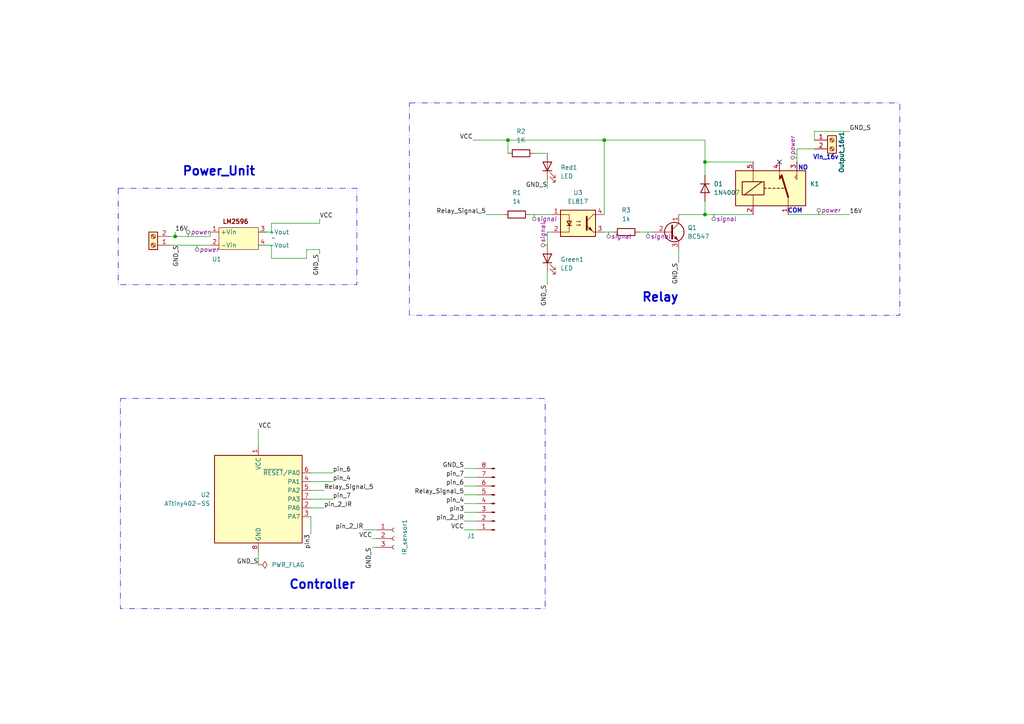
<source format=kicad_sch>
(kicad_sch (version 20231120) (generator "eeschema") (generator_version "8.0")
  (paper "A4")
  (lib_symbols
    (symbol "Connector:Conn_01x03_Socket" (pin_names (offset 1.016) hide)
      (property "Reference" "J" (at 0 5.08 0))
      (property "Value" "Conn_01x03_Socket" (at 0 -5.08 0))
      (symbol "Conn_01x03_Socket_1_1"
        (arc (start 0 -2.032) (mid -0.5058 -2.54) (end 0 -3.048) (stroke (width 0.1524)))
        (polyline (pts (xy -1.27 -2.54) (xy -0.508 -2.54)) (stroke (width 0.1524)))
        (polyline (pts (xy -1.27 0) (xy -0.508 0)) (stroke (width 0.1524)))
        (polyline (pts (xy -1.27 2.54) (xy -0.508 2.54)) (stroke (width 0.1524)))
        (arc (start 0 0.508) (mid -0.5058 0) (end 0 -0.508) (stroke (width 0.1524)))
        (arc (start 0 3.048) (mid -0.5058 2.54) (end 0 2.032) (stroke (width 0.1524)))
        (pin passive line (at -5.08 2.54 0) (length 3.81) (name "Pin_1") (number "1"))
        (pin passive line (at -5.08 0 0) (length 3.81) (name "Pin_2") (number "2"))
        (pin passive line (at -5.08 -2.54 0) (length 3.81) (name "Pin_3") (number "3"))
      )
    )
    (symbol "Connector:Conn_01x08_Pin" (pin_names (offset 1.016) hide)
      (property "Reference" "J" (at 0 10.16 0))
      (property "Value" "Conn_01x08_Pin" (at 0 -12.7 0))
      (symbol "Conn_01x08_Pin_1_1"
        (polyline (pts (xy 1.27 -10.16) (xy 0.8636 -10.16)) (stroke (width 0.1524)))
        (polyline (pts (xy 1.27 -7.62) (xy 0.8636 -7.62)) (stroke (width 0.1524)))
        (polyline (pts (xy 1.27 -5.08) (xy 0.8636 -5.08)) (stroke (width 0.1524)))
        (polyline (pts (xy 1.27 -2.54) (xy 0.8636 -2.54)) (stroke (width 0.1524)))
        (polyline (pts (xy 1.27 0) (xy 0.8636 0)) (stroke (width 0.1524)))
        (polyline (pts (xy 1.27 2.54) (xy 0.8636 2.54)) (stroke (width 0.1524)))
        (polyline (pts (xy 1.27 5.08) (xy 0.8636 5.08)) (stroke (width 0.1524)))
        (polyline (pts (xy 1.27 7.62) (xy 0.8636 7.62)) (stroke (width 0.1524)))
        (rectangle (start 0.8636 -10.033) (end 0 -10.287) (stroke (width 0.1524)) (fill (type outline)))
        (rectangle (start 0.8636 -7.493) (end 0 -7.747) (stroke (width 0.1524)) (fill (type outline)))
        (rectangle (start 0.8636 -4.953) (end 0 -5.207) (stroke (width 0.1524)) (fill (type outline)))
        (rectangle (start 0.8636 -2.413) (end 0 -2.667) (stroke (width 0.1524)) (fill (type outline)))
        (rectangle (start 0.8636 0.127) (end 0 -0.127) (stroke (width 0.1524)) (fill (type outline)))
        (rectangle (start 0.8636 2.667) (end 0 2.413) (stroke (width 0.1524)) (fill (type outline)))
        (rectangle (start 0.8636 5.207) (end 0 4.953) (stroke (width 0.1524)) (fill (type outline)))
        (rectangle (start 0.8636 7.747) (end 0 7.493) (stroke (width 0.1524)) (fill (type outline)))
        (pin passive line (at 5.08 7.62 180) (length 3.81) (name "Pin_1") (number "1"))
        (pin passive line (at 5.08 5.08 180) (length 3.81) (name "Pin_2") (number "2"))
        (pin passive line (at 5.08 2.54 180) (length 3.81) (name "Pin_3") (number "3"))
        (pin passive line (at 5.08 0 180) (length 3.81) (name "Pin_4") (number "4"))
        (pin passive line (at 5.08 -2.54 180) (length 3.81) (name "Pin_5") (number "5"))
        (pin passive line (at 5.08 -5.08 180) (length 3.81) (name "Pin_6") (number "6"))
        (pin passive line (at 5.08 -7.62 180) (length 3.81) (name "Pin_7") (number "7"))
        (pin passive line (at 5.08 -10.16 180) (length 3.81) (name "Pin_8") (number "8"))
      )
    )
    (symbol "Connector:Screw_Terminal_01x02" (pin_names (offset 1.016) hide)
      (property "Reference" "J" (at 0 2.54 0))
      (property "Value" "Screw_Terminal_01x02" (at 0 -5.08 0))
      (symbol "Screw_Terminal_01x02_1_1"
        (rectangle (start -1.27 1.27) (end 1.27 -3.81) (stroke (width 0.254)) (fill (type background)))
        (circle (center 0 -2.54) (radius 0.635) (stroke (width 0.1524)))
        (polyline (pts (xy -0.5334 -2.2098) (xy 0.3302 -3.048)) (stroke (width 0.1524)))
        (polyline (pts (xy -0.5334 0.3302) (xy 0.3302 -0.508)) (stroke (width 0.1524)))
        (polyline (pts (xy -0.3556 -2.032) (xy 0.508 -2.8702)) (stroke (width 0.1524)))
        (polyline (pts (xy -0.3556 0.508) (xy 0.508 -0.3302)) (stroke (width 0.1524)))
        (circle (center 0 0) (radius 0.635) (stroke (width 0.1524)))
        (pin passive line (at -5.08 0 0) (length 3.81) (name "Pin_1") (number "1"))
        (pin passive line (at -5.08 -2.54 0) (length 3.81) (name "Pin_2") (number "2"))
      )
    )
    (symbol "Device:D" (pin_numbers hide) (pin_names (offset 1.016) hide)
      (property "Reference" "D" (at 0 2.54 0))
      (property "Value" "D" (at 0 -2.54 0))
      (symbol "D_0_1"
        (polyline (pts (xy -1.27 1.27) (xy -1.27 -1.27)) (stroke (width 0.254)))
        (polyline (pts (xy 1.27 0) (xy -1.27 0)))
        (polyline (pts (xy 1.27 1.27) (xy 1.27 -1.27) (xy -1.27 0) (xy 1.27 1.27)) (stroke (width 0.254)))
      )
      (symbol "D_1_1"
        (pin passive line (at -3.81 0 0) (length 2.54) (name "K") (number "1"))
        (pin passive line (at 3.81 0 180) (length 2.54) (name "A") (number "2"))
      )
    )
    (symbol "Device:LED" (pin_numbers hide) (pin_names (offset 1.016) hide)
      (property "Reference" "D" (at 0 2.54 0))
      (property "Value" "LED" (at 0 -2.54 0))
      (symbol "LED_0_1"
        (polyline (pts (xy -1.27 -1.27) (xy -1.27 1.27)) (stroke (width 0.254)))
        (polyline (pts (xy -1.27 0) (xy 1.27 0)))
        (polyline (pts (xy 1.27 -1.27) (xy 1.27 1.27) (xy -1.27 0) (xy 1.27 -1.27)) (stroke (width 0.254)))
        (polyline (pts (xy -3.048 -0.762) (xy -4.572 -2.286) (xy -3.81 -2.286) (xy -4.572 -2.286) (xy -4.572 -1.524)))
        (polyline (pts (xy -1.778 -0.762) (xy -3.302 -2.286) (xy -2.54 -2.286) (xy -3.302 -2.286) (xy -3.302 -1.524)))
      )
      (symbol "LED_1_1"
        (pin passive line (at -3.81 0 0) (length 2.54) (name "K") (number "1"))
        (pin passive line (at 3.81 0 180) (length 2.54) (name "A") (number "2"))
      )
    )
    (symbol "Device:R" (pin_numbers hide) (pin_names (offset 0))
      (property "Reference" "R" (at 2.032 0 90))
      (property "Value" "R" (at 0 0 90))
      (symbol "R_0_1"
        (rectangle (start -1.016 -2.54) (end 1.016 2.54) (stroke (width 0.254)))
      )
      (symbol "R_1_1"
        (pin passive line (at 0 3.81 270) (length 1.27) (name "~") (number "1"))
        (pin passive line (at 0 -3.81 90) (length 1.27) (name "~") (number "2"))
      )
    )
    (symbol "Isolator:EL817" (pin_names (offset 1.016))
      (property "Reference" "U" (at -5.08 5.08 0))
      (property "Value" "EL817" (at 0 5.08 0))
      (symbol "EL817_0_1"
        (rectangle (start -5.08 3.81) (end 5.08 -3.81) (stroke (width 0.254)) (fill (type background)))
        (polyline (pts (xy -3.175 -0.635) (xy -1.905 -0.635)) (stroke (width 0.254)))
        (polyline (pts (xy 2.54 0.635) (xy 4.445 2.54)))
        (polyline (pts (xy 4.445 -2.54) (xy 2.54 -0.635)) (fill (type outline)))
        (polyline (pts (xy 4.445 -2.54) (xy 5.08 -2.54)))
        (polyline (pts (xy 4.445 2.54) (xy 5.08 2.54)))
        (polyline (pts (xy -5.08 2.54) (xy -2.54 2.54) (xy -2.54 -0.635)))
        (polyline (pts (xy -2.54 -0.635) (xy -2.54 -2.54) (xy -5.08 -2.54)))
        (polyline (pts (xy 2.54 1.905) (xy 2.54 -1.905) (xy 2.54 -1.905)) (stroke (width 0.508)))
        (polyline (pts (xy -2.54 -0.635) (xy -3.175 0.635) (xy -1.905 0.635) (xy -2.54 -0.635)) (stroke (width 0.254)))
        (polyline (pts (xy -0.508 -0.508) (xy 0.762 -0.508) (xy 0.381 -0.635) (xy 0.381 -0.381) (xy 0.762 -0.508)))
        (polyline (pts (xy -0.508 0.508) (xy 0.762 0.508) (xy 0.381 0.381) (xy 0.381 0.635) (xy 0.762 0.508)))
        (polyline (pts (xy 3.048 -1.651) (xy 3.556 -1.143) (xy 4.064 -2.159) (xy 3.048 -1.651) (xy 3.048 -1.651)) (fill (type outline)))
      )
      (symbol "EL817_1_1"
        (pin passive line (at -7.62 2.54 0) (length 2.54) (name "~") (number "1"))
        (pin passive line (at -7.62 -2.54 0) (length 2.54) (name "~") (number "2"))
        (pin passive line (at 7.62 -2.54 180) (length 2.54) (name "~") (number "3"))
        (pin passive line (at 7.62 2.54 180) (length 2.54) (name "~") (number "4"))
      )
    )
    (symbol "LM_____@2596:LM__@2596"
      (property "Reference" "U" (at -0.762 3.556 0))
      (symbol "LM__@2596_1_1"
        (rectangle (start 1.27 6.35) (end 12.7 0) (fill (type background)))
        (text "LM2596" (at 6.096 8.128 0) (effects (font (size 1.27 1.27) (bold yes))))
        (pin input line (at -1.27 5.08 0) (length 2.54) (name "+Vin") (number "1"))
        (pin input line (at -1.27 1.27 0) (length 2.54) (name "-Vin") (number "2"))
        (pin output line (at 12.7 5.08 0) (length 2.54) (name "+Vout") (number "3"))
        (pin output line (at 12.7 1.27 0) (length 2.54) (name "-Vout") (number "4"))
      )
    )
    (symbol "MCU_Microchip_ATtiny:ATtiny402-SS"
      (property "Reference" "U" (at -12.7 13.97 0))
      (property "Value" "ATtiny402-SS" (at 2.54 -13.97 0))
      (symbol "ATtiny402-SS_0_1"
        (rectangle (start -12.7 -12.7) (end 12.7 12.7) (stroke (width 0.254)) (fill (type background)))
      )
      (symbol "ATtiny402-SS_1_1"
        (pin power_in line (at 0 15.24 270) (length 2.54) (name "VCC") (number "1"))
        (pin bidirectional line (at 15.24 -2.54 180) (length 2.54) (name "PA6") (number "2"))
        (pin bidirectional line (at 15.24 -5.08 180) (length 2.54) (name "PA7") (number "3"))
        (pin bidirectional line (at 15.24 5.08 180) (length 2.54) (name "PA1") (number "4"))
        (pin bidirectional line (at 15.24 2.54 180) (length 2.54) (name "PA2") (number "5"))
        (pin bidirectional line (at 15.24 7.62 180) (length 2.54) (name "~{RESET}/PA0") (number "6"))
        (pin bidirectional line (at 15.24 0 180) (length 2.54) (name "PA3") (number "7"))
        (pin power_in line (at 0 -15.24 90) (length 2.54) (name "GND") (number "8"))
      )
    )
    (symbol "Relay:SANYOU_SRD_Form_C"
      (property "Reference" "K" (at 11.43 3.81 0))
      (property "Value" "SANYOU_SRD_Form_C" (at 11.43 1.27 0))
      (symbol "SANYOU_SRD_Form_C_0_0"
        (polyline (pts (xy 7.62 5.08) (xy 7.62 2.54) (xy 6.985 3.175) (xy 7.62 3.81)))
      )
      (symbol "SANYOU_SRD_Form_C_0_1"
        (rectangle (start -10.16 5.08) (end 10.16 -5.08) (stroke (width 0.254)) (fill (type background)))
        (rectangle (start -8.255 1.905) (end -1.905 -1.905) (stroke (width 0.254)))
        (polyline (pts (xy -7.62 -1.905) (xy -2.54 1.905)) (stroke (width 0.254)))
        (polyline (pts (xy -5.08 -5.08) (xy -5.08 -1.905)))
        (polyline (pts (xy -5.08 5.08) (xy -5.08 1.905)))
        (polyline (pts (xy -1.905 0) (xy -1.27 0)) (stroke (width 0.254)))
        (polyline (pts (xy -0.635 0) (xy 0 0)) (stroke (width 0.254)))
        (polyline (pts (xy 0.635 0) (xy 1.27 0)) (stroke (width 0.254)))
        (polyline (pts (xy 1.905 0) (xy 2.54 0)) (stroke (width 0.254)))
        (polyline (pts (xy 3.175 0) (xy 3.81 0)) (stroke (width 0.254)))
        (polyline (pts (xy 5.08 -2.54) (xy 3.175 3.81)) (stroke (width 0.508)))
        (polyline (pts (xy 5.08 -2.54) (xy 5.08 -5.08)))
      )
      (symbol "SANYOU_SRD_Form_C_1_1"
        (polyline (pts (xy 2.54 3.81) (xy 3.175 3.175) (xy 2.54 2.54) (xy 2.54 5.08)) (fill (type outline)))
        (pin passive line (at 5.08 -7.62 90) (length 2.54) (name "~") (number "1"))
        (pin passive line (at -5.08 -7.62 90) (length 2.54) (name "~") (number "2"))
        (pin passive line (at 7.62 7.62 270) (length 2.54) (name "~") (number "3"))
        (pin passive line (at 2.54 7.62 270) (length 2.54) (name "~") (number "4"))
        (pin passive line (at -5.08 7.62 270) (length 2.54) (name "~") (number "5"))
      )
    )
    (symbol "Transistor_BJT:BC547" (pin_names (offset 0) hide)
      (property "Reference" "Q" (at 5.08 1.905 0))
      (property "Value" "BC547" (at 5.08 0 0))
      (symbol "BC547_0_1"
        (polyline (pts (xy 0 0) (xy 0.635 0)))
        (polyline (pts (xy 0.635 0.635) (xy 2.54 2.54)))
        (polyline (pts (xy 0.635 -0.635) (xy 2.54 -2.54) (xy 2.54 -2.54)))
        (polyline (pts (xy 0.635 1.905) (xy 0.635 -1.905) (xy 0.635 -1.905)) (stroke (width 0.508)))
        (polyline (pts (xy 1.27 -1.778) (xy 1.778 -1.27) (xy 2.286 -2.286) (xy 1.27 -1.778) (xy 1.27 -1.778)) (fill (type outline)))
        (circle (center 1.27 0) (radius 2.8194) (stroke (width 0.254)))
      )
      (symbol "BC547_1_1"
        (pin passive line (at 2.54 5.08 270) (length 2.54) (name "C") (number "1"))
        (pin input line (at -5.08 0 0) (length 5.08) (name "B") (number "2"))
        (pin passive line (at 2.54 -5.08 90) (length 2.54) (name "E") (number "3"))
      )
    )
    (symbol "power:PWR_FLAG" (power) (pin_numbers hide) (pin_names (offset 0) hide)
      (property "Value" "PWR_FLAG" (at 0 3.81 0))
      (symbol "PWR_FLAG_0_0"
        (pin power_out line (at 0 0 90) (length 0) (name "~") (number "1"))
      )
      (symbol "PWR_FLAG_0_1"
        (polyline (pts (xy 0 0) (xy 0 1.27) (xy -1.016 1.905) (xy 0 2.54) (xy 1.016 1.905) (xy 0 1.27)))
      )
    )
  )
  (junction (at 50.8 68.58))
  (junction (at 147.32 40.64))
  (junction (at 204.47 62.23))
  (junction (at 204.47 46.99))
  (junction (at 175.26 40.64))
  (no_connect (at 226.06 46.99))
  (wire (pts (xy 147.32 40.64) (xy 175.26 40.64)))
  (wire (pts (xy 138.43 153.67) (xy 134.62 153.67)))
  (wire (pts (xy 158.75 67.31) (xy 158.75 71.12)))
  (wire (pts (xy 78.74 64.77) (xy 78.74 67.31)))
  (wire (pts (xy 107.95 156.21) (xy 109.22 156.21)))
  (wire (pts (xy 88.9 74.93) (xy 88.9 72.39)))
  (wire (pts (xy 60.96 68.58) (xy 60.96 67.31)))
  (wire (pts (xy 134.62 148.59) (xy 138.43 148.59)))
  (wire (pts (xy 105.41 153.67) (xy 109.22 153.67)))
  (wire (pts (xy 78.74 74.93) (xy 88.9 74.93)))
  (wire (pts (xy 158.75 52.07) (xy 158.75 54.61)))
  (wire (pts (xy 78.74 67.31) (xy 74.93 67.31)))
  (wire (pts (xy 236.22 43.18) (xy 231.14 43.18)))
  (wire (pts (xy 228.6 62.23) (xy 246.38 62.23)))
  (wire (pts (xy 90.17 142.24) (xy 93.98 142.24)))
  (wire (pts (xy 92.71 63.5) (xy 92.71 64.77)))
  (wire (pts (xy 138.43 138.43) (xy 134.62 138.43)))
  (wire (pts (xy 90.17 147.32) (xy 93.98 147.32)))
  (wire (pts (xy 204.47 40.64) (xy 204.47 46.99)))
  (wire (pts (xy 90.17 149.86) (xy 90.17 154.94)))
  (wire (pts (xy 49.53 68.58) (xy 50.8 68.58)))
  (wire (pts (xy 138.43 135.89) (xy 134.62 135.89)))
  (wire (pts (xy 236.22 38.1) (xy 236.22 40.64)))
  (wire (pts (xy 90.17 137.16) (xy 96.52 137.16)))
  (wire (pts (xy 204.47 46.99) (xy 204.47 50.8)))
  (wire (pts (xy 175.26 40.64) (xy 175.26 62.23)))
  (wire (pts (xy 231.14 43.18) (xy 231.14 46.99)))
  (wire (pts (xy 107.95 158.75) (xy 109.22 158.75)))
  (wire (pts (xy 138.43 143.51) (xy 134.62 143.51)))
  (wire (pts (xy 74.93 71.12) (xy 78.74 71.12)))
  (wire (pts (xy 90.17 144.78) (xy 96.52 144.78)))
  (wire (pts (xy 78.74 64.77) (xy 92.71 64.77)))
  (wire (pts (xy 137.16 40.64) (xy 147.32 40.64)))
  (wire (pts (xy 50.8 68.58) (xy 60.96 68.58)))
  (wire (pts (xy 154.94 44.45) (xy 158.75 44.45)))
  (wire (pts (xy 92.71 72.39) (xy 92.71 73.66)))
  (wire (pts (xy 185.42 67.31) (xy 189.23 67.31)))
  (wire (pts (xy 196.85 62.23) (xy 204.47 62.23)))
  (wire (pts (xy 218.44 46.99) (xy 204.47 46.99)))
  (wire (pts (xy 88.9 72.39) (xy 92.71 72.39)))
  (wire (pts (xy 138.43 140.97) (xy 134.62 140.97)))
  (wire (pts (xy 246.38 38.1) (xy 236.22 38.1)))
  (wire (pts (xy 175.26 67.31) (xy 177.8 67.31)))
  (wire (pts (xy 90.17 139.7) (xy 96.52 139.7)))
  (wire (pts (xy 147.32 40.64) (xy 147.32 44.45)))
  (wire (pts (xy 49.53 71.12) (xy 60.96 71.12)))
  (wire (pts (xy 160.02 67.31) (xy 158.75 67.31)))
  (wire (pts (xy 218.44 62.23) (xy 204.47 62.23)))
  (wire (pts (xy 138.43 151.13) (xy 134.62 151.13)))
  (wire (pts (xy 153.67 62.23) (xy 160.02 62.23)))
  (wire (pts (xy 138.43 146.05) (xy 134.62 146.05)))
  (wire (pts (xy 78.74 74.93) (xy 78.74 71.12)))
  (wire (pts (xy 175.26 40.64) (xy 204.47 40.64)))
  (wire (pts (xy 74.93 124.46) (xy 74.93 129.54)))
  (wire (pts (xy 204.47 58.42) (xy 204.47 62.23)))
  (wire (pts (xy 74.93 160.02) (xy 74.93 163.83)))
  (wire (pts (xy 196.85 72.39) (xy 196.85 76.2)))
  (wire (pts (xy 140.97 62.23) (xy 146.05 62.23)))
  (wire (pts (xy 158.75 78.74) (xy 158.75 82.55)))
  (wire (pts (xy 50.8 67.31) (xy 50.8 68.58)))
  (rectangle (start 34.29 54.61) (end 103.505 82.55) (stroke (width 0) (type dash_dot_dot)))
  (rectangle (start 118.745 29.845) (end 260.985 91.44) (stroke (width 0) (type dash_dot_dot)))
  (rectangle (start 34.925 115.57) (end 158.115 176.53) (stroke (width 0) (type dash_dot_dot)))
  (text "Vin_16v\n" (at 239.522 45.72 0) (effects (font (size 1.27 1.27) (bold yes))))
  (text "COM" (at 230.632 61.214 0) (effects (font (size 1.27 1.27) (thickness 0.254) (bold yes))))
  (text "Controller" (at 93.472 169.672 0) (effects (font (size 2.54 2.54) (thickness 0.508) (bold yes))))
  (text "NO" (at 232.918 48.768 0) (effects (font (size 1.27 1.27) (bold yes))))
  (text "Relay" (at 191.516 86.36 0) (effects (font (size 2.54 2.54) (bold yes))))
  (text "Power_Unit" (at 63.5 49.784 0) (effects (font (size 2.54 2.54) (bold yes))))
  (label "pin3" (at 90.17 154.94 270))
  (label "16V" (at 246.38 62.23 0))
  (label "GND_S" (at 196.85 76.2 270))
  (label "VCC" (at 107.95 156.21 180))
  (label "pin_7" (at 134.62 138.43 180))
  (label "pin_4" (at 134.62 146.05 180))
  (label "pin_2_IR" (at 134.62 151.13 180))
  (label "Relay_Signal_5" (at 93.98 142.24 0))
  (label "pin_2_IR" (at 93.98 147.32 0))
  (label "pin_6" (at 96.52 137.16 0))
  (label "pin_2_IR" (at 105.41 153.67 180))
  (label "16V" (at 50.8 67.31 0))
  (label "VCC" (at 137.16 40.64 180))
  (label "pin3" (at 134.62 148.59 180))
  (label "Relay_Signal_5" (at 134.62 143.51 180))
  (label "GND_S" (at 74.93 163.83 180))
  (label "GND_S" (at 107.95 158.75 270))
  (label "VCC" (at 92.71 63.5 0))
  (label "Relay_Signal_5" (at 140.97 62.23 180))
  (label "pin_4" (at 96.52 139.7 0))
  (label "GND_S" (at 246.38 38.1 0))
  (label "GND_S" (at 92.71 73.66 270))
  (label "pin_6" (at 134.62 140.97 180))
  (label "VCC" (at 134.62 153.67 180))
  (label "GND_S" (at 158.75 54.61 180))
  (label "GND_S" (at 134.62 135.89 180))
  (label "VCC" (at 74.93 124.46 0))
  (label "GND_S" (at 158.75 82.55 270))
  (label "GND_S" (at 52.07 71.12 270))
  (label "pin_7" (at 96.52 144.78 0))
  (netclass_flag "" (length 1.27) (shape round) (at 57.15 71.12 180) (property "Netclass" "power" (at 57.8485 72.39 0) (effects (font (italic yes)) (justify left))))
  (netclass_flag "" (length 1.27) (shape round) (at 231.14 45.72 90) (property "Netclass" "power" (at 229.87 45.0215 90) (effects (font (italic yes)) (justify left))))
  (netclass_flag "" (length 1.27) (shape round) (at 158.75 71.12 90) (property "Netclass" "signal" (at 157.48 70.4215 90) (effects (font (italic yes)) (justify left))))
  (netclass_flag "" (length 1.27) (shape round) (at 207.01 62.23 180) (property "Netclass" "signal" (at 207.7085 63.5 0) (effects (font (italic yes)) (justify left))))
  (netclass_flag "" (length 1.27) (shape round) (at 176.53 67.31 180) (property "Netclass" "signal" (at 177.2285 68.58 0) (effects (font (italic yes)) (justify left))))
  (netclass_flag "" (length 1.27) (shape round) (at 187.96 67.31 180) (property "Netclass" "signal" (at 188.6585 68.58 0) (effects (font (italic yes)) (justify left))))
  (netclass_flag "" (length 1.27) (shape round) (at 54.61 68.58 0) (property "Netclass" "power" (at 55.3085 67.31 0) (effects (font (italic yes)) (justify left))))
  (netclass_flag "" (length 1.27) (shape round) (at 237.49 62.23 0) (property "Netclass" "power" (at 238.1885 60.96 0) (effects (font (italic yes)) (justify left))))
  (netclass_flag "" (length 1.27) (shape round) (at 154.94 62.23 180) (property "Netclass" "signal" (at 155.6385 63.5 0) (effects (font (italic yes)) (justify left))))
  (symbol (lib_id "LM_____@2596:LM__@2596") (at 62.23 72.39 0) (unit 1)
    (property "Reference" "U1" (at 61.468 75.184 0) (effects (justify left)))
    (property "Value" "~" (at 78.74 69.0016 0) (effects (justify left)))
    (property "Footprint" "lm2596666:Lm2596_AA" (effects (hide yes)))
  )
  (symbol (lib_id "Connector:Screw_Terminal_01x02") (at 44.45 71.12 180) (unit 1)
    (property "Reference" "V_input1" (effects (hide yes)))
    (property "Value" "Screw_Terminal_01x02" (effects (hide yes)))
    (property "Footprint" "TerminalBlock:TerminalBlock_bornier-2_P5.08mm" (effects (hide yes)))
    (property "Description" "Generic screw terminal, single row, 01x02, script generated (kicad-library-utils/schlib/autogen/connector/)" (effects (hide yes)))
  )
  (symbol (lib_id "Connector:Conn_01x03_Socket") (at 114.3 156.21 0) (unit 1)
    (property "Reference" "IR_sensor1" (at 117.348 161.036 90) (effects (justify left)))
    (property "Value" "Conn_01x03_Socket" (effects (hide yes)))
    (property "Footprint" "Connector_JST:JST_EH_B3B-EH-A_1x03_P2.50mm_Vertical" (effects (hide yes)))
    (property "Description" "Generic connector, single row, 01x03, script generated" (effects (hide yes)))
  )
  (symbol (lib_id "Device:LED") (at 158.75 74.93 90) (unit 1)
    (property "Reference" "Green1" (at 162.56 75.2474 90) (effects (justify right)))
    (property "Value" "LED" (at 162.56 77.7874 90) (effects (justify right)))
    (property "Footprint" "LED_THT:LED_D5.0mm" (effects (hide yes)))
    (property "Description" "Light emitting diode" (effects (hide yes)))
  )
  (symbol (lib_id "Device:LED") (at 158.75 48.26 90) (unit 1)
    (property "Reference" "Red1" (at 162.56 48.5774 90) (effects (justify right)))
    (property "Value" "LED" (at 162.56 51.1174 90) (effects (justify right)))
    (property "Footprint" "LED_THT:LED_D5.0mm" (effects (hide yes)))
    (property "Description" "Light emitting diode" (effects (hide yes)))
  )
  (symbol (lib_id "Relay:SANYOU_SRD_Form_C") (at 223.52 54.61 0) (unit 1)
    (property "Reference" "K1" (at 234.95 53.3399 0) (effects (justify left)))
    (property "Value" "SANYOU_SRD_Form_C" (effects (hide yes)))
    (property "Footprint" "Relay_THT:Relay_SPDT_SANYOU_SRD_Series_Form_C" (effects (hide yes)))
    (property "Datasheet" "http://www.sanyourelay.ca/public/products/pdf/SRD.pdf" (effects (hide yes)))
    (property "Description" "Sanyo SRD relay, Single Pole Miniature Power Relay," (effects (hide yes)))
  )
  (symbol (lib_id "Connector:Screw_Terminal_01x02") (at 241.3 40.64 0) (unit 1)
    (property "Reference" "Output_16v1" (at 244.094 50.292 90) (effects (font (bold yes)) (justify left)))
    (property "Value" "Screw_Terminal_01x02" (effects (hide yes)))
    (property "Footprint" "TerminalBlock:TerminalBlock_bornier-2_P5.08mm" (effects (hide yes)))
    (property "Description" "Generic screw terminal, single row, 01x02, script generated (kicad-library-utils/schlib/autogen/connector/)" (effects (hide yes)))
  )
  (symbol (lib_id "Transistor_BJT:BC547") (at 194.31 67.31 0) (unit 1)
    (property "Reference" "Q1" (at 199.39 66.0399 0) (effects (justify left)))
    (property "Value" "BC547" (at 199.39 68.5799 0) (effects (justify left)))
    (property "Footprint" "Package_TO_SOT_THT:TO-92_Inline" (effects (hide yes)))
    (property "Datasheet" "https://www.onsemi.com/pub/Collateral/BC550-D.pdf" (effects (hide yes)))
    (property "Description" "0.1A Ic, 45V Vce, Small Signal NPN Transistor, TO-92" (effects (hide yes)))
  )
  (symbol (lib_id "power:PWR_FLAG") (at 74.93 163.83 270) (unit 1)
    (property "Reference" "#FLG01" (effects (hide yes)))
    (property "Value" "PWR_FLAG" (at 78.74 163.8299 90) (effects (justify left)))
    (property "Description" "Special symbol for telling ERC where power comes from" (effects (hide yes)))
  )
  (symbol (lib_id "Device:R") (at 151.13 44.45 90) (unit 1)
    (property "Reference" "R2" (at 151.13 38.1 90))
    (property "Value" "1K" (at 151.13 40.64 90))
    (property "Footprint" "Resistor_SMD:R_1206_3216Metric" (effects (hide yes)))
    (property "Description" "Resistor" (effects (hide yes)))
  )
  (symbol (lib_id "Device:D") (at 204.47 54.61 270) (unit 1)
    (property "Reference" "D1" (at 207.01 53.3399 90) (effects (justify left)))
    (property "Value" "1N4007" (at 207.01 55.8799 90) (effects (justify left)))
    (property "Footprint" "Diode_THT:D_5KPW_P12.70mm_Horizontal" (effects (hide yes)))
    (property "Description" "Diode" (effects (hide yes)))
    (property "Sim.Device" "D" (effects (hide yes)))
    (property "Sim.Pins" "1=K 2=A" (effects (hide yes)))
  )
  (symbol (lib_id "Connector:Conn_01x08_Pin") (at 143.51 146.05 180) (unit 1)
    (property "Reference" "J1" (at 136.652 155.448 0))
    (property "Value" "Conn_01x08_Pin" (effects (hide yes)))
    (property "Footprint" "Connector_PinHeader_2.54mm:PinHeader_1x08_P2.54mm_Vertical" (effects (hide yes)))
    (property "Description" "Generic connector, single row, 01x08, script generated" (effects (hide yes)))
  )
  (symbol (lib_id "MCU_Microchip_ATtiny:ATtiny402-SS") (at 74.93 144.78 0) (unit 1)
    (property "Reference" "U2" (at 60.96 143.5099 0) (effects (justify right)))
    (property "Value" "ATtiny402-SS" (at 60.96 146.0499 0) (effects (justify right)))
    (property "Footprint" "Package_SO:SOIC-8_3.9x4.9mm_P1.27mm" (effects (hide yes)))
    (property "Datasheet" "http://ww1.microchip.com/downloads/en/DeviceDoc/ATtiny202-402-AVR-MCU-with-Core-Independent-Peripherals_and-picoPower-40001969A.pdf" (effects (hide yes)))
    (property "Description" "20MHz, 4kB Flash, 256B SRAM, 128B EEPROM, SOIC-8" (effects (hide yes)))
  )
  (symbol (lib_id "Device:R") (at 181.61 67.31 90) (unit 1)
    (property "Reference" "R3" (at 181.61 60.96 90))
    (property "Value" "1k" (at 181.61 63.5 90))
    (property "Footprint" "Resistor_SMD:R_1206_3216Metric" (effects (hide yes)))
    (property "Description" "Resistor" (effects (hide yes)))
  )
  (symbol (lib_id "Device:R") (at 149.86 62.23 90) (unit 1)
    (property "Reference" "R1" (at 149.86 55.88 90))
    (property "Value" "1k" (at 149.86 58.42 90))
    (property "Footprint" "Resistor_SMD:R_1206_3216Metric" (effects (hide yes)))
    (property "Description" "Resistor" (effects (hide yes)))
  )
  (symbol (lib_id "Isolator:EL817") (at 167.64 64.77 0) (unit 1)
    (property "Reference" "U3" (at 167.64 55.88 0))
    (property "Value" "EL817" (at 167.64 58.42 0))
    (property "Footprint" "Package_DIP:DIP-4_W7.62mm" (effects (hide yes)))
    (property "Datasheet" "http://www.everlight.com/file/ProductFile/EL817.pdf" (effects (hide yes)))
    (property "Description" "DC Optocoupler, Vce 35V, DIP-4" (effects (hide yes)))
  )
)
</source>
